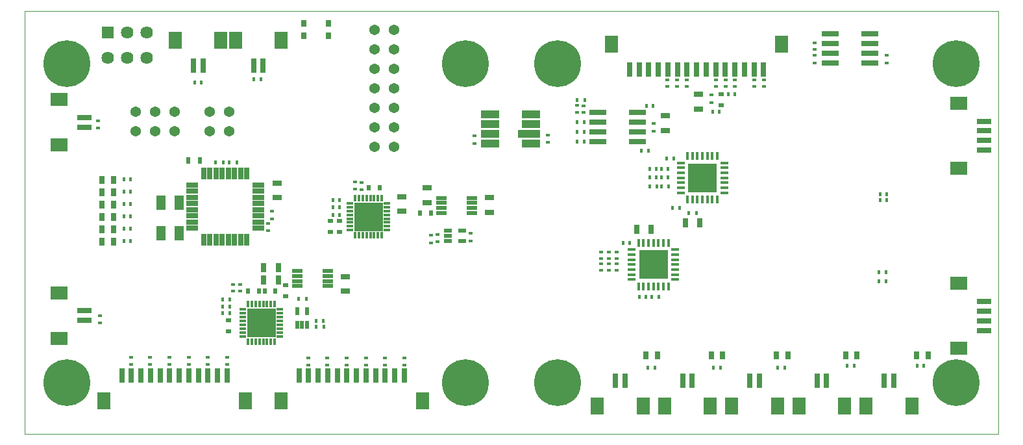
<source format=gbs>
G04*
G04 #@! TF.GenerationSoftware,Altium Limited,Altium Designer,19.1.5 (86)*
G04*
G04 Layer_Color=16711935*
%FSLAX44Y44*%
%MOMM*%
G71*
G01*
G75*
%ADD10C,0.1000*%
%ADD11R,0.6000X0.4000*%
%ADD13R,0.4000X0.6000*%
%ADD17R,0.4500X0.6000*%
%ADD19R,0.6000X0.4500*%
%ADD20R,0.8000X0.6000*%
%ADD26R,0.5000X0.9000*%
%ADD28R,1.3000X0.8000*%
%ADD42R,0.8016X1.0016*%
%ADD50C,6.1016*%
%ADD51C,1.3716*%
%ADD52C,1.6256*%
%ADD53R,1.6256X1.6256*%
%ADD65R,0.8000X1.3000*%
%ADD77R,0.6000X0.8000*%
%ADD87R,0.8016X0.8516*%
%ADD88R,3.8016X3.8016*%
%ADD89R,0.4316X1.1416*%
%ADD90R,1.1416X0.4316*%
%ADD91R,0.6516X1.6016*%
%ADD92R,1.6016X0.6516*%
%ADD93R,2.3016X0.7016*%
%ADD94R,2.3516X1.0016*%
%ADD95R,2.9016X1.0016*%
%ADD96R,1.7016X2.3016*%
%ADD97R,0.8016X1.9016*%
%ADD98R,3.7016X3.7016*%
%ADD99R,0.9416X0.3616*%
%ADD100R,0.3616X0.9416*%
%ADD101R,1.1016X0.5716*%
%ADD102R,1.4516X0.5516*%
%ADD103R,1.3016X1.9016*%
%ADD104R,0.5716X1.1016*%
%ADD105R,1.9016X0.8016*%
%ADD106R,2.3016X1.7016*%
D10*
X1270000D01*
Y551180D01*
X0D02*
X1270000D01*
X0Y0D02*
Y551180D01*
D11*
X317500Y274320D02*
D03*
Y265320D02*
D03*
X720090Y428100D02*
D03*
Y419100D02*
D03*
X728980Y418990D02*
D03*
Y427990D02*
D03*
X280670Y195000D02*
D03*
Y186000D02*
D03*
X271780Y195000D02*
D03*
Y186000D02*
D03*
X394716Y90060D02*
D03*
Y99060D02*
D03*
X681990Y389310D02*
D03*
Y380310D02*
D03*
X1029970Y509960D02*
D03*
Y500960D02*
D03*
X538480Y250770D02*
D03*
Y259770D02*
D03*
X430530Y328350D02*
D03*
Y319350D02*
D03*
X439420Y327770D02*
D03*
Y318770D02*
D03*
X138430Y90750D02*
D03*
Y99750D02*
D03*
X188722Y90750D02*
D03*
Y99750D02*
D03*
X772160Y228490D02*
D03*
Y237490D02*
D03*
X762000Y228490D02*
D03*
Y237490D02*
D03*
X772160Y213250D02*
D03*
Y222250D02*
D03*
X762000Y213250D02*
D03*
Y222250D02*
D03*
X751840Y228490D02*
D03*
Y237490D02*
D03*
Y213250D02*
D03*
Y222250D02*
D03*
X951230Y461700D02*
D03*
Y452700D02*
D03*
X963930Y461700D02*
D03*
Y452700D02*
D03*
X863600Y461700D02*
D03*
Y452700D02*
D03*
X914400Y461700D02*
D03*
Y452700D02*
D03*
X925830Y461700D02*
D03*
Y452700D02*
D03*
X901700Y461700D02*
D03*
Y452700D02*
D03*
X850900Y461700D02*
D03*
Y452700D02*
D03*
X838200Y461700D02*
D03*
Y452700D02*
D03*
X470154Y99060D02*
D03*
Y90060D02*
D03*
X495300Y99060D02*
D03*
Y90060D02*
D03*
X445008Y99060D02*
D03*
Y90060D02*
D03*
X369570Y99060D02*
D03*
Y90060D02*
D03*
X419862Y99060D02*
D03*
Y90060D02*
D03*
X95250Y398780D02*
D03*
Y407780D02*
D03*
X97790Y144780D02*
D03*
Y153780D02*
D03*
X239014Y99750D02*
D03*
Y90750D02*
D03*
X163576Y99750D02*
D03*
Y90750D02*
D03*
X264160Y99750D02*
D03*
Y90750D02*
D03*
X213868Y99750D02*
D03*
Y90750D02*
D03*
D13*
X1124640Y304800D02*
D03*
X1115640D02*
D03*
X1124640Y312420D02*
D03*
X1115640D02*
D03*
X1114370Y199390D02*
D03*
X1123370D02*
D03*
Y210820D02*
D03*
X1114370D02*
D03*
X821690Y86360D02*
D03*
X812690D02*
D03*
X907470D02*
D03*
X898470D02*
D03*
X991290D02*
D03*
X982290D02*
D03*
X1082040Y88900D02*
D03*
X1073040D02*
D03*
X1172900D02*
D03*
X1163900D02*
D03*
X917520Y443230D02*
D03*
X926520D02*
D03*
X906200Y420370D02*
D03*
X897200D02*
D03*
X780360Y248920D02*
D03*
X789360D02*
D03*
X845130Y294640D02*
D03*
X854130D02*
D03*
X813490Y369570D02*
D03*
X804490D02*
D03*
X819840Y427990D02*
D03*
X810840D02*
D03*
X729670Y393700D02*
D03*
X720670D02*
D03*
Y381000D02*
D03*
X729670D02*
D03*
Y406400D02*
D03*
X720670D02*
D03*
X380310Y147320D02*
D03*
X389310D02*
D03*
X129090Y331996D02*
D03*
X138090D02*
D03*
X129090Y315889D02*
D03*
X138090D02*
D03*
X129090Y299782D02*
D03*
X138090D02*
D03*
X129090Y267567D02*
D03*
X138090D02*
D03*
X129090Y283675D02*
D03*
X138090D02*
D03*
X129090Y251460D02*
D03*
X138090D02*
D03*
X267390Y157480D02*
D03*
X258390D02*
D03*
X267390Y175260D02*
D03*
X258390D02*
D03*
Y166370D02*
D03*
X267390D02*
D03*
X846510Y359410D02*
D03*
X837510D02*
D03*
X814930Y345590D02*
D03*
X823930D02*
D03*
X814930Y334160D02*
D03*
X823930D02*
D03*
X815340Y322580D02*
D03*
X824340D02*
D03*
X830170Y345590D02*
D03*
X839170D02*
D03*
X830170Y334160D02*
D03*
X839170D02*
D03*
X830580Y322580D02*
D03*
X839580D02*
D03*
X410900Y304800D02*
D03*
X401900D02*
D03*
X810370Y179070D02*
D03*
X801370D02*
D03*
X401900Y295910D02*
D03*
X410900D02*
D03*
X401900Y285750D02*
D03*
X410900D02*
D03*
X299030Y462280D02*
D03*
X308030D02*
D03*
X221560Y458470D02*
D03*
X230560D02*
D03*
D17*
X866220Y288290D02*
D03*
X876220D02*
D03*
X266860Y354330D02*
D03*
X276860D02*
D03*
X258920D02*
D03*
X248920D02*
D03*
X730250Y435610D02*
D03*
X720250D02*
D03*
X366950Y176530D02*
D03*
X356950D02*
D03*
X389810Y139700D02*
D03*
X379810D02*
D03*
X817380Y179070D02*
D03*
X827380D02*
D03*
D19*
X895350Y431880D02*
D03*
Y441880D02*
D03*
X586740Y378540D02*
D03*
Y388540D02*
D03*
X820420Y405050D02*
D03*
Y395050D02*
D03*
X322580Y290750D02*
D03*
Y280750D02*
D03*
X1029970Y493950D02*
D03*
Y483950D02*
D03*
X529590Y259000D02*
D03*
Y249000D02*
D03*
X581660Y251540D02*
D03*
Y261540D02*
D03*
X1123950Y483950D02*
D03*
Y493950D02*
D03*
D20*
X908050Y442610D02*
D03*
Y428610D02*
D03*
X398780Y277510D02*
D03*
Y263510D02*
D03*
X410210Y277510D02*
D03*
Y263510D02*
D03*
X340360Y193690D02*
D03*
Y179690D02*
D03*
X265430Y147970D02*
D03*
Y133970D02*
D03*
D26*
X213480Y356870D02*
D03*
X228480D02*
D03*
D28*
X878840Y423570D02*
D03*
Y442570D02*
D03*
X835660Y414630D02*
D03*
Y395630D02*
D03*
X491490Y290220D02*
D03*
Y309220D02*
D03*
X605790Y288950D02*
D03*
Y307950D02*
D03*
X524510Y320650D02*
D03*
Y301650D02*
D03*
X328930Y327000D02*
D03*
Y308000D02*
D03*
X417830Y186080D02*
D03*
Y205080D02*
D03*
D42*
X895470Y102870D02*
D03*
X910470D02*
D03*
X980560D02*
D03*
X995560D02*
D03*
X1070730D02*
D03*
X1085730D02*
D03*
X810380D02*
D03*
X825380D02*
D03*
X1163440D02*
D03*
X1178440D02*
D03*
X100570Y299256D02*
D03*
X115570D02*
D03*
X100570Y315363D02*
D03*
X115570D02*
D03*
X100570Y331470D02*
D03*
X115570D02*
D03*
X100570Y283168D02*
D03*
X115570D02*
D03*
X100570Y250954D02*
D03*
X115570D02*
D03*
Y267061D02*
D03*
X100570D02*
D03*
D50*
X1214610Y482310D02*
D03*
Y67310D02*
D03*
X694610D02*
D03*
X574610Y67310D02*
D03*
X694610Y482310D02*
D03*
X574610D02*
D03*
X54610D02*
D03*
Y67310D02*
D03*
D51*
X455930Y476250D02*
D03*
X481330D02*
D03*
X455930Y501650D02*
D03*
X481330D02*
D03*
X455930Y527050D02*
D03*
X481330D02*
D03*
Y450850D02*
D03*
X455930D02*
D03*
X481330Y425450D02*
D03*
X455930D02*
D03*
X481330Y400050D02*
D03*
X455930D02*
D03*
Y374650D02*
D03*
X481330D02*
D03*
X266700Y420370D02*
D03*
Y394970D02*
D03*
X241300Y420370D02*
D03*
Y394970D02*
D03*
X195580Y420370D02*
D03*
Y394970D02*
D03*
X170180Y420370D02*
D03*
Y394970D02*
D03*
X144780Y420370D02*
D03*
Y394970D02*
D03*
D52*
X158750Y490220D02*
D03*
X133350D02*
D03*
X107950D02*
D03*
X158750Y523240D02*
D03*
X133350D02*
D03*
D53*
X107950D02*
D03*
D65*
X861720Y275590D02*
D03*
X880720D02*
D03*
X817220Y266700D02*
D03*
X798220D02*
D03*
X311810Y200660D02*
D03*
X330810D02*
D03*
X311810Y217170D02*
D03*
X330810D02*
D03*
D77*
X462930Y321310D02*
D03*
X448930D02*
D03*
X515590Y288290D02*
D03*
X529590D02*
D03*
X305450Y186690D02*
D03*
X291450D02*
D03*
X327040D02*
D03*
X313040D02*
D03*
D87*
X363730Y535300D02*
D03*
X395730D02*
D03*
Y518800D02*
D03*
X363730D02*
D03*
D88*
X820010Y220880D02*
D03*
X883920Y334010D02*
D03*
D89*
X839510Y249230D02*
D03*
X833010D02*
D03*
X826510D02*
D03*
X820010D02*
D03*
X813510D02*
D03*
X807010D02*
D03*
X800510D02*
D03*
Y192530D02*
D03*
X807010D02*
D03*
X813510D02*
D03*
X820010D02*
D03*
X826510D02*
D03*
X833010D02*
D03*
X839510D02*
D03*
X903420Y305660D02*
D03*
X896920D02*
D03*
X890420D02*
D03*
X883920D02*
D03*
X877420D02*
D03*
X870920D02*
D03*
X864420D02*
D03*
Y362360D02*
D03*
X870920D02*
D03*
X877420D02*
D03*
X883920D02*
D03*
X890420D02*
D03*
X896920D02*
D03*
X903420D02*
D03*
D90*
X848360Y201380D02*
D03*
Y207880D02*
D03*
Y214380D02*
D03*
Y220880D02*
D03*
Y227380D02*
D03*
Y233880D02*
D03*
Y240380D02*
D03*
X791660D02*
D03*
Y233880D02*
D03*
Y227380D02*
D03*
Y220880D02*
D03*
Y214380D02*
D03*
Y207880D02*
D03*
Y201380D02*
D03*
X855570Y314510D02*
D03*
Y321010D02*
D03*
Y327510D02*
D03*
Y334010D02*
D03*
Y340510D02*
D03*
Y347010D02*
D03*
Y353510D02*
D03*
X912270D02*
D03*
Y347010D02*
D03*
Y340510D02*
D03*
Y334010D02*
D03*
Y327510D02*
D03*
Y321010D02*
D03*
Y314510D02*
D03*
D91*
X289440Y253480D02*
D03*
X281440D02*
D03*
X273440D02*
D03*
X265440D02*
D03*
X257440D02*
D03*
X249440D02*
D03*
X241440D02*
D03*
X233440D02*
D03*
Y339480D02*
D03*
X241440D02*
D03*
X249440D02*
D03*
X257440D02*
D03*
X265440D02*
D03*
X273440D02*
D03*
X281440D02*
D03*
X289440D02*
D03*
D92*
X218440Y268480D02*
D03*
Y276480D02*
D03*
Y284480D02*
D03*
Y292480D02*
D03*
Y300480D02*
D03*
Y308480D02*
D03*
Y316480D02*
D03*
Y324480D02*
D03*
X304440D02*
D03*
Y316480D02*
D03*
Y308480D02*
D03*
Y300480D02*
D03*
Y292480D02*
D03*
Y284480D02*
D03*
Y276480D02*
D03*
Y268480D02*
D03*
D93*
X1102290Y521970D02*
D03*
Y509270D02*
D03*
Y483870D02*
D03*
X1050290Y521970D02*
D03*
Y509270D02*
D03*
Y483870D02*
D03*
X1102290Y496570D02*
D03*
X1050290D02*
D03*
X747430Y381000D02*
D03*
Y393700D02*
D03*
Y419100D02*
D03*
X799430Y381000D02*
D03*
Y393700D02*
D03*
Y419100D02*
D03*
X747430Y406400D02*
D03*
X799430D02*
D03*
D94*
X660480Y416510D02*
D03*
Y404010D02*
D03*
Y378510D02*
D03*
X606980D02*
D03*
Y391010D02*
D03*
Y404010D02*
D03*
Y416510D02*
D03*
D95*
X657730Y391010D02*
D03*
D96*
X103030Y43200D02*
D03*
X287530D02*
D03*
X334170D02*
D03*
X518670D02*
D03*
X1156970Y36830D02*
D03*
X1097470D02*
D03*
X1069340D02*
D03*
X1009840D02*
D03*
X894080D02*
D03*
X834580D02*
D03*
X981710Y36830D02*
D03*
X922210D02*
D03*
X806450D02*
D03*
X746950D02*
D03*
X987300Y507980D02*
D03*
X765300D02*
D03*
X196310Y513060D02*
D03*
X255810D02*
D03*
X274950D02*
D03*
X334450D02*
D03*
D97*
X126530Y76200D02*
D03*
X139030D02*
D03*
X164030D02*
D03*
X151530D02*
D03*
X201530D02*
D03*
X214030D02*
D03*
X189030D02*
D03*
X176530D02*
D03*
X239030D02*
D03*
X226530D02*
D03*
X251530D02*
D03*
X264030D02*
D03*
X357670D02*
D03*
X370170D02*
D03*
X395170D02*
D03*
X382670D02*
D03*
X432670D02*
D03*
X445170D02*
D03*
X420170D02*
D03*
X407670D02*
D03*
X470170D02*
D03*
X457670D02*
D03*
X482670D02*
D03*
X495170D02*
D03*
X1133470Y69830D02*
D03*
X1120970D02*
D03*
X1045840D02*
D03*
X1033340D02*
D03*
X870580D02*
D03*
X858080D02*
D03*
X958210Y69830D02*
D03*
X945710D02*
D03*
X782950D02*
D03*
X770450D02*
D03*
X963800Y474980D02*
D03*
X951300D02*
D03*
X926300D02*
D03*
X938800D02*
D03*
X888800D02*
D03*
X876300D02*
D03*
X901300D02*
D03*
X913800D02*
D03*
X851300D02*
D03*
X863800D02*
D03*
X801300D02*
D03*
X788800D02*
D03*
X838800D02*
D03*
X813800D02*
D03*
X826300D02*
D03*
X219810Y480060D02*
D03*
X232310D02*
D03*
X298450D02*
D03*
X310950D02*
D03*
D98*
X448310Y283210D02*
D03*
X308610Y144780D02*
D03*
D99*
X423960Y300710D02*
D03*
Y295710D02*
D03*
Y290710D02*
D03*
Y285710D02*
D03*
Y280710D02*
D03*
Y275710D02*
D03*
Y270710D02*
D03*
Y265710D02*
D03*
X472660D02*
D03*
Y270710D02*
D03*
Y275710D02*
D03*
Y280710D02*
D03*
Y285710D02*
D03*
Y290710D02*
D03*
Y295710D02*
D03*
Y300710D02*
D03*
X284260Y162280D02*
D03*
Y157280D02*
D03*
Y152280D02*
D03*
Y147280D02*
D03*
Y142280D02*
D03*
Y137280D02*
D03*
Y132280D02*
D03*
Y127280D02*
D03*
X332960D02*
D03*
Y132280D02*
D03*
Y137280D02*
D03*
Y142280D02*
D03*
Y147280D02*
D03*
Y152280D02*
D03*
Y157280D02*
D03*
Y162280D02*
D03*
D100*
X465810Y307560D02*
D03*
X460810D02*
D03*
X455810D02*
D03*
X450810D02*
D03*
X445810D02*
D03*
X440810D02*
D03*
X435810D02*
D03*
X430810D02*
D03*
Y258860D02*
D03*
X435810D02*
D03*
X440810D02*
D03*
X445810D02*
D03*
X450810D02*
D03*
X455810D02*
D03*
X460810D02*
D03*
X465810D02*
D03*
X326110Y169130D02*
D03*
X321110D02*
D03*
X316110D02*
D03*
X311110D02*
D03*
X306110D02*
D03*
X301110D02*
D03*
X296110D02*
D03*
X291110D02*
D03*
Y120430D02*
D03*
X296110D02*
D03*
X301110D02*
D03*
X306110D02*
D03*
X311110D02*
D03*
X316110D02*
D03*
X321110D02*
D03*
X326110D02*
D03*
D101*
X552230Y258260D02*
D03*
X570230Y264760D02*
D03*
Y251760D02*
D03*
X552230Y264760D02*
D03*
Y251760D02*
D03*
D102*
X583060Y307640D02*
D03*
Y301140D02*
D03*
Y294640D02*
D03*
Y288140D02*
D03*
X543560Y307640D02*
D03*
Y301140D02*
D03*
Y294640D02*
D03*
Y288140D02*
D03*
X394970Y212240D02*
D03*
Y205740D02*
D03*
Y199240D02*
D03*
Y192740D02*
D03*
X355470Y212240D02*
D03*
Y205740D02*
D03*
Y199240D02*
D03*
Y192740D02*
D03*
D103*
X177800Y261620D02*
D03*
Y301620D02*
D03*
X201800D02*
D03*
Y261620D02*
D03*
D104*
X361620Y142385D02*
D03*
X355120Y160385D02*
D03*
X368120D02*
D03*
X355120Y142385D02*
D03*
X368120D02*
D03*
D105*
X77450Y148150D02*
D03*
Y160650D02*
D03*
X77470Y400050D02*
D03*
Y412550D02*
D03*
X1251458Y407570D02*
D03*
Y395070D02*
D03*
Y370070D02*
D03*
Y382570D02*
D03*
Y172620D02*
D03*
Y160120D02*
D03*
Y135120D02*
D03*
Y147620D02*
D03*
D106*
X44450Y124650D02*
D03*
Y184150D02*
D03*
X44470Y376550D02*
D03*
Y436050D02*
D03*
X1218458Y346570D02*
D03*
Y431070D02*
D03*
Y111620D02*
D03*
Y196120D02*
D03*
M02*

</source>
